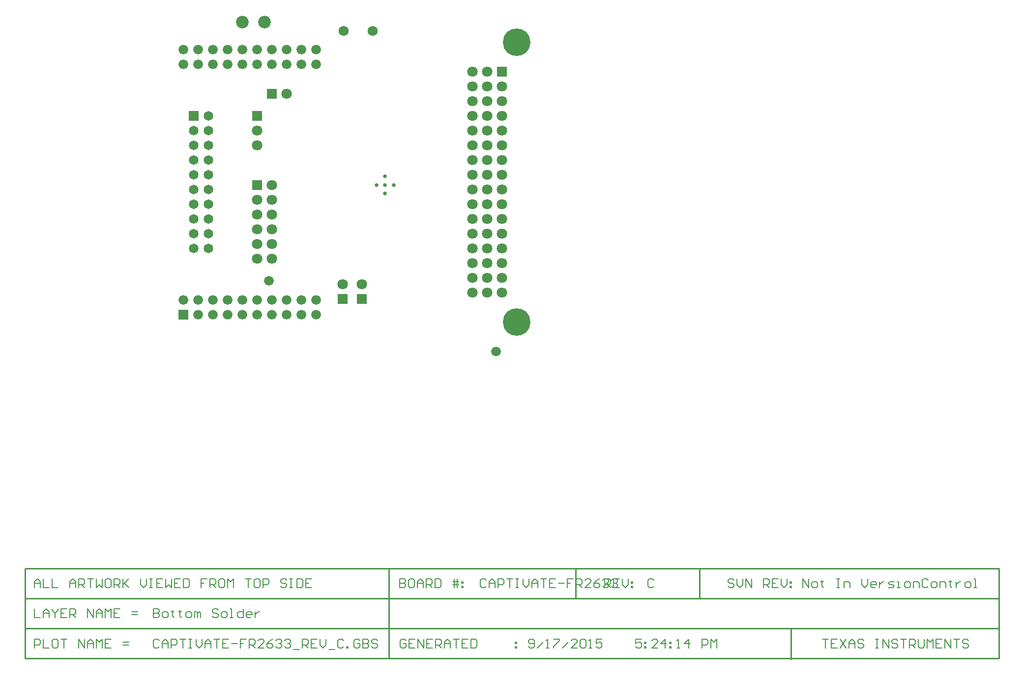
<source format=gbs>
%FSAX25Y25*%
%MOIN*%
G70*
G01*
G75*
G04 Layer_Color=16711935*
%ADD10C,0.00800*%
%ADD11C,0.00600*%
%ADD12C,0.03937*%
%ADD13R,0.02362X0.03150*%
%ADD14R,0.03937X0.03740*%
%ADD15R,0.03150X0.02362*%
%ADD16R,0.03150X0.03150*%
%ADD17R,0.03740X0.03937*%
%ADD18O,0.02362X0.00945*%
%ADD19O,0.00945X0.02362*%
%ADD20R,0.13583X0.13583*%
%ADD21R,0.03937X0.07087*%
%ADD22C,0.02000*%
%ADD23C,0.01000*%
%ADD24C,0.03000*%
%ADD25C,0.01200*%
%ADD26C,0.00787*%
%ADD27C,0.01500*%
%ADD28C,0.05000*%
%ADD29C,0.06000*%
%ADD30C,0.06496*%
%ADD31R,0.06496X0.06496*%
%ADD32C,0.08000*%
%ADD33R,0.05906X0.05906*%
%ADD34C,0.05906*%
%ADD35C,0.18110*%
%ADD36C,0.06299*%
%ADD37R,0.06496X0.06496*%
%ADD38R,0.06000X0.06000*%
%ADD39C,0.05000*%
%ADD40C,0.03400*%
%ADD41C,0.01969*%
%ADD42C,0.00984*%
%ADD43C,0.00700*%
%ADD44C,0.00050*%
%ADD45R,0.06299X0.01969*%
%ADD46R,0.05850X0.05850*%
%ADD47C,0.07874*%
%ADD48R,0.02962X0.03750*%
%ADD49R,0.04537X0.04340*%
%ADD50R,0.03750X0.02962*%
%ADD51R,0.03750X0.03750*%
%ADD52R,0.04340X0.04537*%
%ADD53O,0.02962X0.01545*%
%ADD54O,0.01545X0.02962*%
%ADD55R,0.14183X0.14183*%
%ADD56R,0.04537X0.07687*%
%ADD57C,0.06600*%
%ADD58C,0.07096*%
%ADD59R,0.07096X0.07096*%
%ADD60C,0.08600*%
%ADD61R,0.06506X0.06506*%
%ADD62C,0.06506*%
%ADD63C,0.18710*%
%ADD64C,0.06899*%
%ADD65R,0.07096X0.07096*%
%ADD66R,0.06600X0.06600*%
%ADD67C,0.02569*%
G54D10*
X0126900Y0073549D02*
Y0067551D01*
X0129899D01*
X0130899Y0068550D01*
Y0069550D01*
X0129899Y0070550D01*
X0126900D01*
X0129899D01*
X0130899Y0071549D01*
Y0072549D01*
X0129899Y0073549D01*
X0126900D01*
X0133898Y0067551D02*
X0135897D01*
X0136897Y0068550D01*
Y0070550D01*
X0135897Y0071549D01*
X0133898D01*
X0132898Y0070550D01*
Y0068550D01*
X0133898Y0067551D01*
X0139896Y0072549D02*
Y0071549D01*
X0138896D01*
X0140895D01*
X0139896D01*
Y0068550D01*
X0140895Y0067551D01*
X0144894Y0072549D02*
Y0071549D01*
X0143895D01*
X0145894D01*
X0144894D01*
Y0068550D01*
X0145894Y0067551D01*
X0149893D02*
X0151892D01*
X0152892Y0068550D01*
Y0070550D01*
X0151892Y0071549D01*
X0149893D01*
X0148893Y0070550D01*
Y0068550D01*
X0149893Y0067551D01*
X0154891D02*
Y0071549D01*
X0155891D01*
X0156890Y0070550D01*
Y0067551D01*
Y0070550D01*
X0157890Y0071549D01*
X0158890Y0070550D01*
Y0067551D01*
X0170886Y0072549D02*
X0169886Y0073549D01*
X0167887D01*
X0166887Y0072549D01*
Y0071549D01*
X0167887Y0070550D01*
X0169886D01*
X0170886Y0069550D01*
Y0068550D01*
X0169886Y0067551D01*
X0167887D01*
X0166887Y0068550D01*
X0173885Y0067551D02*
X0175884D01*
X0176884Y0068550D01*
Y0070550D01*
X0175884Y0071549D01*
X0173885D01*
X0172885Y0070550D01*
Y0068550D01*
X0173885Y0067551D01*
X0178883D02*
X0180883D01*
X0179883D01*
Y0073549D01*
X0178883D01*
X0187880D02*
Y0067551D01*
X0184881D01*
X0183882Y0068550D01*
Y0070550D01*
X0184881Y0071549D01*
X0187880D01*
X0192879Y0067551D02*
X0190879D01*
X0189880Y0068550D01*
Y0070550D01*
X0190879Y0071549D01*
X0192879D01*
X0193878Y0070550D01*
Y0069550D01*
X0189880D01*
X0195878Y0071549D02*
Y0067551D01*
Y0069550D01*
X0196877Y0070550D01*
X0197877Y0071549D01*
X0198877D01*
X0580500Y0052965D02*
X0584499D01*
X0582499D01*
Y0046966D01*
X0590497Y0052965D02*
X0586498D01*
Y0046966D01*
X0590497D01*
X0586498Y0049966D02*
X0588497D01*
X0592496Y0052965D02*
X0596495Y0046966D01*
Y0052965D02*
X0592496Y0046966D01*
X0598494D02*
Y0050965D01*
X0600493Y0052965D01*
X0602493Y0050965D01*
Y0046966D01*
Y0049966D01*
X0598494D01*
X0608491Y0051965D02*
X0607491Y0052965D01*
X0605492D01*
X0604492Y0051965D01*
Y0050965D01*
X0605492Y0049966D01*
X0607491D01*
X0608491Y0048966D01*
Y0047966D01*
X0607491Y0046966D01*
X0605492D01*
X0604492Y0047966D01*
X0616488Y0052965D02*
X0618488D01*
X0617488D01*
Y0046966D01*
X0616488D01*
X0618488D01*
X0621487D02*
Y0052965D01*
X0625486Y0046966D01*
Y0052965D01*
X0631484Y0051965D02*
X0630484Y0052965D01*
X0628484D01*
X0627485Y0051965D01*
Y0050965D01*
X0628484Y0049966D01*
X0630484D01*
X0631484Y0048966D01*
Y0047966D01*
X0630484Y0046966D01*
X0628484D01*
X0627485Y0047966D01*
X0633483Y0052965D02*
X0637482D01*
X0635482D01*
Y0046966D01*
X0639481D02*
Y0052965D01*
X0642480D01*
X0643480Y0051965D01*
Y0049966D01*
X0642480Y0048966D01*
X0639481D01*
X0641480D02*
X0643480Y0046966D01*
X0645479Y0052965D02*
Y0047966D01*
X0646479Y0046966D01*
X0648478D01*
X0649478Y0047966D01*
Y0052965D01*
X0651477Y0046966D02*
Y0052965D01*
X0653476Y0050965D01*
X0655476Y0052965D01*
Y0046966D01*
X0661474Y0052965D02*
X0657475D01*
Y0046966D01*
X0661474D01*
X0657475Y0049966D02*
X0659474D01*
X0663473Y0046966D02*
Y0052965D01*
X0667472Y0046966D01*
Y0052965D01*
X0669471D02*
X0673470D01*
X0671471D01*
Y0046966D01*
X0679468Y0051965D02*
X0678468Y0052965D01*
X0676469D01*
X0675469Y0051965D01*
Y0050965D01*
X0676469Y0049966D01*
X0678468D01*
X0679468Y0048966D01*
Y0047966D01*
X0678468Y0046966D01*
X0676469D01*
X0675469Y0047966D01*
X0458049Y0052965D02*
X0454050D01*
Y0049966D01*
X0456049Y0050965D01*
X0457049D01*
X0458049Y0049966D01*
Y0047966D01*
X0457049Y0046966D01*
X0455050D01*
X0454050Y0047966D01*
X0460048Y0050965D02*
X0461048D01*
Y0049966D01*
X0460048D01*
Y0050965D01*
Y0047966D02*
X0461048D01*
Y0046966D01*
X0460048D01*
Y0047966D01*
X0469045Y0046966D02*
X0465046D01*
X0469045Y0050965D01*
Y0051965D01*
X0468046Y0052965D01*
X0466046D01*
X0465046Y0051965D01*
X0474044Y0046966D02*
Y0052965D01*
X0471044Y0049966D01*
X0475043D01*
X0477043Y0050965D02*
X0478042D01*
Y0049966D01*
X0477043D01*
Y0050965D01*
Y0047966D02*
X0478042D01*
Y0046966D01*
X0477043D01*
Y0047966D01*
X0482041Y0046966D02*
X0484040D01*
X0483041D01*
Y0052965D01*
X0482041Y0051965D01*
X0490038Y0046966D02*
Y0052965D01*
X0487039Y0049966D01*
X0491038D01*
X0499035Y0046966D02*
Y0052965D01*
X0502035D01*
X0503034Y0051965D01*
Y0049966D01*
X0502035Y0048966D01*
X0499035D01*
X0505033Y0046966D02*
Y0052965D01*
X0507033Y0050965D01*
X0509032Y0052965D01*
Y0046966D01*
X0046350D02*
Y0052965D01*
X0049349D01*
X0050349Y0051965D01*
Y0049966D01*
X0049349Y0048966D01*
X0046350D01*
X0052348Y0052965D02*
Y0046966D01*
X0056347D01*
X0061345Y0052965D02*
X0059346D01*
X0058346Y0051965D01*
Y0047966D01*
X0059346Y0046966D01*
X0061345D01*
X0062345Y0047966D01*
Y0051965D01*
X0061345Y0052965D01*
X0064344D02*
X0068343D01*
X0066343D01*
Y0046966D01*
X0076340D02*
Y0052965D01*
X0080339Y0046966D01*
Y0052965D01*
X0082338Y0046966D02*
Y0050965D01*
X0084338Y0052965D01*
X0086337Y0050965D01*
Y0046966D01*
Y0049966D01*
X0082338D01*
X0088336Y0046966D02*
Y0052965D01*
X0090336Y0050965D01*
X0092335Y0052965D01*
Y0046966D01*
X0098333Y0052965D02*
X0094335D01*
Y0046966D01*
X0098333D01*
X0094335Y0049966D02*
X0096334D01*
X0106331Y0048966D02*
X0110329D01*
X0106331Y0050965D02*
X0110329D01*
X0046350Y0073549D02*
Y0067551D01*
X0050349D01*
X0052348D02*
Y0071549D01*
X0054347Y0073549D01*
X0056347Y0071549D01*
Y0067551D01*
Y0070550D01*
X0052348D01*
X0058346Y0073549D02*
Y0072549D01*
X0060346Y0070550D01*
X0062345Y0072549D01*
Y0073549D01*
X0060346Y0070550D02*
Y0067551D01*
X0068343Y0073549D02*
X0064344D01*
Y0067551D01*
X0068343D01*
X0064344Y0070550D02*
X0066343D01*
X0070342Y0067551D02*
Y0073549D01*
X0073341D01*
X0074341Y0072549D01*
Y0070550D01*
X0073341Y0069550D01*
X0070342D01*
X0072342D02*
X0074341Y0067551D01*
X0082338D02*
Y0073549D01*
X0086337Y0067551D01*
Y0073549D01*
X0088336Y0067551D02*
Y0071549D01*
X0090336Y0073549D01*
X0092335Y0071549D01*
Y0067551D01*
Y0070550D01*
X0088336D01*
X0094335Y0067551D02*
Y0073549D01*
X0096334Y0071549D01*
X0098333Y0073549D01*
Y0067551D01*
X0104331Y0073549D02*
X0100332D01*
Y0067551D01*
X0104331D01*
X0100332Y0070550D02*
X0102332D01*
X0112329Y0069550D02*
X0116327D01*
X0112329Y0071549D02*
X0116327D01*
X0294000Y0093831D02*
Y0087833D01*
X0296999D01*
X0297999Y0088833D01*
Y0089833D01*
X0296999Y0090832D01*
X0294000D01*
X0296999D01*
X0297999Y0091832D01*
Y0092832D01*
X0296999Y0093831D01*
X0294000D01*
X0302997D02*
X0300998D01*
X0299998Y0092832D01*
Y0088833D01*
X0300998Y0087833D01*
X0302997D01*
X0303997Y0088833D01*
Y0092832D01*
X0302997Y0093831D01*
X0305996Y0087833D02*
Y0091832D01*
X0307996Y0093831D01*
X0309995Y0091832D01*
Y0087833D01*
Y0090832D01*
X0305996D01*
X0311994Y0087833D02*
Y0093831D01*
X0314993D01*
X0315993Y0092832D01*
Y0090832D01*
X0314993Y0089833D01*
X0311994D01*
X0313994D02*
X0315993Y0087833D01*
X0317992Y0093831D02*
Y0087833D01*
X0320991D01*
X0321991Y0088833D01*
Y0092832D01*
X0320991Y0093831D01*
X0317992D01*
X0330988Y0087833D02*
Y0093831D01*
X0332987D02*
Y0087833D01*
X0329988Y0091832D02*
X0332987D01*
X0333987D01*
X0329988Y0089833D02*
X0333987D01*
X0335986Y0091832D02*
X0336986D01*
Y0090832D01*
X0335986D01*
Y0091832D01*
Y0088833D02*
X0336986D01*
Y0087833D01*
X0335986D01*
Y0088833D01*
X0352549Y0092832D02*
X0351549Y0093831D01*
X0349550D01*
X0348550Y0092832D01*
Y0088833D01*
X0349550Y0087833D01*
X0351549D01*
X0352549Y0088833D01*
X0354548Y0087833D02*
Y0091832D01*
X0356547Y0093831D01*
X0358547Y0091832D01*
Y0087833D01*
Y0090832D01*
X0354548D01*
X0360546Y0087833D02*
Y0093831D01*
X0363545D01*
X0364545Y0092832D01*
Y0090832D01*
X0363545Y0089833D01*
X0360546D01*
X0366544Y0093831D02*
X0370543D01*
X0368544D01*
Y0087833D01*
X0372542Y0093831D02*
X0374542D01*
X0373542D01*
Y0087833D01*
X0372542D01*
X0374542D01*
X0377541Y0093831D02*
Y0089833D01*
X0379540Y0087833D01*
X0381539Y0089833D01*
Y0093831D01*
X0383539Y0087833D02*
Y0091832D01*
X0385538Y0093831D01*
X0387537Y0091832D01*
Y0087833D01*
Y0090832D01*
X0383539D01*
X0389537Y0093831D02*
X0393535D01*
X0391536D01*
Y0087833D01*
X0399534Y0093831D02*
X0395535D01*
Y0087833D01*
X0399534D01*
X0395535Y0090832D02*
X0397534D01*
X0401533D02*
X0405532D01*
X0411530Y0093831D02*
X0407531D01*
Y0090832D01*
X0409530D01*
X0407531D01*
Y0087833D01*
X0413529D02*
Y0093831D01*
X0416528D01*
X0417528Y0092832D01*
Y0090832D01*
X0416528Y0089833D01*
X0413529D01*
X0415528D02*
X0417528Y0087833D01*
X0423526D02*
X0419527D01*
X0423526Y0091832D01*
Y0092832D01*
X0422526Y0093831D01*
X0420527D01*
X0419527Y0092832D01*
X0429524Y0093831D02*
X0427524Y0092832D01*
X0425525Y0090832D01*
Y0088833D01*
X0426525Y0087833D01*
X0428524D01*
X0429524Y0088833D01*
Y0089833D01*
X0428524Y0090832D01*
X0425525D01*
X0431523Y0092832D02*
X0432523Y0093831D01*
X0434522D01*
X0435522Y0092832D01*
Y0091832D01*
X0434522Y0090832D01*
X0433523D01*
X0434522D01*
X0435522Y0089833D01*
Y0088833D01*
X0434522Y0087833D01*
X0432523D01*
X0431523Y0088833D01*
X0437521Y0092832D02*
X0438521Y0093831D01*
X0440520D01*
X0441520Y0092832D01*
Y0091832D01*
X0440520Y0090832D01*
X0439521D01*
X0440520D01*
X0441520Y0089833D01*
Y0088833D01*
X0440520Y0087833D01*
X0438521D01*
X0437521Y0088833D01*
X0466149Y0092832D02*
X0465149Y0093831D01*
X0463150D01*
X0462150Y0092832D01*
Y0088833D01*
X0463150Y0087833D01*
X0465149D01*
X0466149Y0088833D01*
X0046350Y0087833D02*
Y0091832D01*
X0048349Y0093831D01*
X0050349Y0091832D01*
Y0087833D01*
Y0090832D01*
X0046350D01*
X0052348Y0093831D02*
Y0087833D01*
X0056347D01*
X0058346Y0093831D02*
Y0087833D01*
X0062345D01*
X0070342D02*
Y0091832D01*
X0072342Y0093831D01*
X0074341Y0091832D01*
Y0087833D01*
Y0090832D01*
X0070342D01*
X0076340Y0087833D02*
Y0093831D01*
X0079339D01*
X0080339Y0092832D01*
Y0090832D01*
X0079339Y0089833D01*
X0076340D01*
X0078340D02*
X0080339Y0087833D01*
X0082338Y0093831D02*
X0086337D01*
X0084338D01*
Y0087833D01*
X0088336Y0093831D02*
Y0087833D01*
X0090336Y0089833D01*
X0092335Y0087833D01*
Y0093831D01*
X0097334D02*
X0095334D01*
X0094335Y0092832D01*
Y0088833D01*
X0095334Y0087833D01*
X0097334D01*
X0098333Y0088833D01*
Y0092832D01*
X0097334Y0093831D01*
X0100332Y0087833D02*
Y0093831D01*
X0103332D01*
X0104331Y0092832D01*
Y0090832D01*
X0103332Y0089833D01*
X0100332D01*
X0102332D02*
X0104331Y0087833D01*
X0106331Y0093831D02*
Y0087833D01*
Y0089833D01*
X0110329Y0093831D01*
X0107330Y0090832D01*
X0110329Y0087833D01*
X0118327Y0093831D02*
Y0089833D01*
X0120326Y0087833D01*
X0122325Y0089833D01*
Y0093831D01*
X0124325D02*
X0126324D01*
X0125324D01*
Y0087833D01*
X0124325D01*
X0126324D01*
X0133322Y0093831D02*
X0129323D01*
Y0087833D01*
X0133322D01*
X0129323Y0090832D02*
X0131323D01*
X0135321Y0093831D02*
Y0087833D01*
X0137321Y0089833D01*
X0139320Y0087833D01*
Y0093831D01*
X0145318D02*
X0141319D01*
Y0087833D01*
X0145318D01*
X0141319Y0090832D02*
X0143319D01*
X0147317Y0093831D02*
Y0087833D01*
X0150316D01*
X0151316Y0088833D01*
Y0092832D01*
X0150316Y0093831D01*
X0147317D01*
X0163312D02*
X0159313D01*
Y0090832D01*
X0161313D01*
X0159313D01*
Y0087833D01*
X0165312D02*
Y0093831D01*
X0168310D01*
X0169310Y0092832D01*
Y0090832D01*
X0168310Y0089833D01*
X0165312D01*
X0167311D02*
X0169310Y0087833D01*
X0174309Y0093831D02*
X0172309D01*
X0171310Y0092832D01*
Y0088833D01*
X0172309Y0087833D01*
X0174309D01*
X0175308Y0088833D01*
Y0092832D01*
X0174309Y0093831D01*
X0177308Y0087833D02*
Y0093831D01*
X0179307Y0091832D01*
X0181306Y0093831D01*
Y0087833D01*
X0189304Y0093831D02*
X0193303D01*
X0191303D01*
Y0087833D01*
X0198301Y0093831D02*
X0196301D01*
X0195302Y0092832D01*
Y0088833D01*
X0196301Y0087833D01*
X0198301D01*
X0199301Y0088833D01*
Y0092832D01*
X0198301Y0093831D01*
X0201300Y0087833D02*
Y0093831D01*
X0204299D01*
X0205299Y0092832D01*
Y0090832D01*
X0204299Y0089833D01*
X0201300D01*
X0217295Y0092832D02*
X0216295Y0093831D01*
X0214296D01*
X0213296Y0092832D01*
Y0091832D01*
X0214296Y0090832D01*
X0216295D01*
X0217295Y0089833D01*
Y0088833D01*
X0216295Y0087833D01*
X0214296D01*
X0213296Y0088833D01*
X0219294Y0093831D02*
X0221293D01*
X0220294D01*
Y0087833D01*
X0219294D01*
X0221293D01*
X0224292Y0093831D02*
Y0087833D01*
X0227291D01*
X0228291Y0088833D01*
Y0092832D01*
X0227291Y0093831D01*
X0224292D01*
X0234289D02*
X0230291D01*
Y0087833D01*
X0234289D01*
X0230291Y0090832D02*
X0232290D01*
X0298199Y0051965D02*
X0297199Y0052965D01*
X0295200D01*
X0294200Y0051965D01*
Y0047966D01*
X0295200Y0046966D01*
X0297199D01*
X0298199Y0047966D01*
Y0049966D01*
X0296199D01*
X0304197Y0052965D02*
X0300198D01*
Y0046966D01*
X0304197D01*
X0300198Y0049966D02*
X0302197D01*
X0306196Y0046966D02*
Y0052965D01*
X0310195Y0046966D01*
Y0052965D01*
X0316193D02*
X0312194D01*
Y0046966D01*
X0316193D01*
X0312194Y0049966D02*
X0314194D01*
X0318192Y0046966D02*
Y0052965D01*
X0321191D01*
X0322191Y0051965D01*
Y0049966D01*
X0321191Y0048966D01*
X0318192D01*
X0320192D02*
X0322191Y0046966D01*
X0324190D02*
Y0050965D01*
X0326190Y0052965D01*
X0328189Y0050965D01*
Y0046966D01*
Y0049966D01*
X0324190D01*
X0330188Y0052965D02*
X0334187D01*
X0332188D01*
Y0046966D01*
X0340185Y0052965D02*
X0336186D01*
Y0046966D01*
X0340185D01*
X0336186Y0049966D02*
X0338186D01*
X0342184Y0052965D02*
Y0046966D01*
X0345183D01*
X0346183Y0047966D01*
Y0051965D01*
X0345183Y0052965D01*
X0342184D01*
X0372175Y0050965D02*
X0373175D01*
Y0049966D01*
X0372175D01*
Y0050965D01*
Y0047966D02*
X0373175D01*
Y0046966D01*
X0372175D01*
Y0047966D01*
X0381150D02*
X0382150Y0046966D01*
X0384149D01*
X0385149Y0047966D01*
Y0051965D01*
X0384149Y0052965D01*
X0382150D01*
X0381150Y0051965D01*
Y0050965D01*
X0382150Y0049966D01*
X0385149D01*
X0387148Y0046966D02*
X0391147Y0050965D01*
X0393146Y0046966D02*
X0395146D01*
X0394146D01*
Y0052965D01*
X0393146Y0051965D01*
X0398145Y0052965D02*
X0402143D01*
Y0051965D01*
X0398145Y0047966D01*
Y0046966D01*
X0404143D02*
X0408141Y0050965D01*
X0414139Y0046966D02*
X0410141D01*
X0414139Y0050965D01*
Y0051965D01*
X0413140Y0052965D01*
X0411140D01*
X0410141Y0051965D01*
X0416139D02*
X0417138Y0052965D01*
X0419138D01*
X0420137Y0051965D01*
Y0047966D01*
X0419138Y0046966D01*
X0417138D01*
X0416139Y0047966D01*
Y0051965D01*
X0422137Y0046966D02*
X0424136D01*
X0423136D01*
Y0052965D01*
X0422137Y0051965D01*
X0431134Y0052965D02*
X0427135D01*
Y0049966D01*
X0429135Y0050965D01*
X0430134D01*
X0431134Y0049966D01*
Y0047966D01*
X0430134Y0046966D01*
X0428135D01*
X0427135Y0047966D01*
X0130899Y0051965D02*
X0129899Y0052965D01*
X0127900D01*
X0126900Y0051965D01*
Y0047966D01*
X0127900Y0046966D01*
X0129899D01*
X0130899Y0047966D01*
X0132898Y0046966D02*
Y0050965D01*
X0134897Y0052965D01*
X0136897Y0050965D01*
Y0046966D01*
Y0049966D01*
X0132898D01*
X0138896Y0046966D02*
Y0052965D01*
X0141895D01*
X0142895Y0051965D01*
Y0049966D01*
X0141895Y0048966D01*
X0138896D01*
X0144894Y0052965D02*
X0148893D01*
X0146894D01*
Y0046966D01*
X0150892Y0052965D02*
X0152892D01*
X0151892D01*
Y0046966D01*
X0150892D01*
X0152892D01*
X0155891Y0052965D02*
Y0048966D01*
X0157890Y0046966D01*
X0159889Y0048966D01*
Y0052965D01*
X0161889Y0046966D02*
Y0050965D01*
X0163888Y0052965D01*
X0165887Y0050965D01*
Y0046966D01*
Y0049966D01*
X0161889D01*
X0167887Y0052965D02*
X0171885D01*
X0169886D01*
Y0046966D01*
X0177884Y0052965D02*
X0173885D01*
Y0046966D01*
X0177884D01*
X0173885Y0049966D02*
X0175884D01*
X0179883D02*
X0183882D01*
X0189880Y0052965D02*
X0185881D01*
Y0049966D01*
X0187880D01*
X0185881D01*
Y0046966D01*
X0191879D02*
Y0052965D01*
X0194878D01*
X0195878Y0051965D01*
Y0049966D01*
X0194878Y0048966D01*
X0191879D01*
X0193878D02*
X0195878Y0046966D01*
X0201876D02*
X0197877D01*
X0201876Y0050965D01*
Y0051965D01*
X0200876Y0052965D01*
X0198877D01*
X0197877Y0051965D01*
X0207874Y0052965D02*
X0205874Y0051965D01*
X0203875Y0049966D01*
Y0047966D01*
X0204875Y0046966D01*
X0206874D01*
X0207874Y0047966D01*
Y0048966D01*
X0206874Y0049966D01*
X0203875D01*
X0209873Y0051965D02*
X0210873Y0052965D01*
X0212872D01*
X0213872Y0051965D01*
Y0050965D01*
X0212872Y0049966D01*
X0211873D01*
X0212872D01*
X0213872Y0048966D01*
Y0047966D01*
X0212872Y0046966D01*
X0210873D01*
X0209873Y0047966D01*
X0215871Y0051965D02*
X0216871Y0052965D01*
X0218870D01*
X0219870Y0051965D01*
Y0050965D01*
X0218870Y0049966D01*
X0217871D01*
X0218870D01*
X0219870Y0048966D01*
Y0047966D01*
X0218870Y0046966D01*
X0216871D01*
X0215871Y0047966D01*
X0221869Y0045967D02*
X0225868D01*
X0227867Y0046966D02*
Y0052965D01*
X0230866D01*
X0231866Y0051965D01*
Y0049966D01*
X0230866Y0048966D01*
X0227867D01*
X0229867D02*
X0231866Y0046966D01*
X0237864Y0052965D02*
X0233865D01*
Y0046966D01*
X0237864D01*
X0233865Y0049966D02*
X0235865D01*
X0239863Y0052965D02*
Y0048966D01*
X0241863Y0046966D01*
X0243862Y0048966D01*
Y0052965D01*
X0245862Y0045967D02*
X0249860D01*
X0255858Y0051965D02*
X0254859Y0052965D01*
X0252859D01*
X0251860Y0051965D01*
Y0047966D01*
X0252859Y0046966D01*
X0254859D01*
X0255858Y0047966D01*
X0257858Y0046966D02*
Y0047966D01*
X0258857D01*
Y0046966D01*
X0257858D01*
X0266855Y0051965D02*
X0265855Y0052965D01*
X0263856D01*
X0262856Y0051965D01*
Y0047966D01*
X0263856Y0046966D01*
X0265855D01*
X0266855Y0047966D01*
Y0049966D01*
X0264855D01*
X0268854Y0052965D02*
Y0046966D01*
X0271853D01*
X0272853Y0047966D01*
Y0048966D01*
X0271853Y0049966D01*
X0268854D01*
X0271853D01*
X0272853Y0050965D01*
Y0051965D01*
X0271853Y0052965D01*
X0268854D01*
X0278851Y0051965D02*
X0277851Y0052965D01*
X0275852D01*
X0274852Y0051965D01*
Y0050965D01*
X0275852Y0049966D01*
X0277851D01*
X0278851Y0048966D01*
Y0047966D01*
X0277851Y0046966D01*
X0275852D01*
X0274852Y0047966D01*
X0433000Y0087833D02*
Y0093831D01*
X0435999D01*
X0436999Y0092832D01*
Y0090832D01*
X0435999Y0089833D01*
X0433000D01*
X0434999D02*
X0436999Y0087833D01*
X0442997Y0093831D02*
X0438998D01*
Y0087833D01*
X0442997D01*
X0438998Y0090832D02*
X0440997D01*
X0444996Y0093831D02*
Y0089833D01*
X0446995Y0087833D01*
X0448995Y0089833D01*
Y0093831D01*
X0450994Y0091832D02*
X0451994D01*
Y0090832D01*
X0450994D01*
Y0091832D01*
Y0088833D02*
X0451994D01*
Y0087833D01*
X0450994D01*
Y0088833D01*
X0520799Y0092832D02*
X0519799Y0093831D01*
X0517800D01*
X0516800Y0092832D01*
Y0091832D01*
X0517800Y0090832D01*
X0519799D01*
X0520799Y0089833D01*
Y0088833D01*
X0519799Y0087833D01*
X0517800D01*
X0516800Y0088833D01*
X0522798Y0093831D02*
Y0089833D01*
X0524797Y0087833D01*
X0526797Y0089833D01*
Y0093831D01*
X0528796Y0087833D02*
Y0093831D01*
X0532795Y0087833D01*
Y0093831D01*
X0540792Y0087833D02*
Y0093831D01*
X0543791D01*
X0544791Y0092832D01*
Y0090832D01*
X0543791Y0089833D01*
X0540792D01*
X0542792D02*
X0544791Y0087833D01*
X0550789Y0093831D02*
X0546790D01*
Y0087833D01*
X0550789D01*
X0546790Y0090832D02*
X0548790D01*
X0552788Y0093831D02*
Y0089833D01*
X0554788Y0087833D01*
X0556787Y0089833D01*
Y0093831D01*
X0558786Y0091832D02*
X0559786D01*
Y0090832D01*
X0558786D01*
Y0091832D01*
Y0088833D02*
X0559786D01*
Y0087833D01*
X0558786D01*
Y0088833D01*
X0567400Y0087833D02*
Y0093831D01*
X0571399Y0087833D01*
Y0093831D01*
X0574398Y0087833D02*
X0576397D01*
X0577397Y0088833D01*
Y0090832D01*
X0576397Y0091832D01*
X0574398D01*
X0573398Y0090832D01*
Y0088833D01*
X0574398Y0087833D01*
X0580396Y0092832D02*
Y0091832D01*
X0579396D01*
X0581395D01*
X0580396D01*
Y0088833D01*
X0581395Y0087833D01*
X0590393Y0093831D02*
X0592392D01*
X0591392D01*
Y0087833D01*
X0590393D01*
X0592392D01*
X0595391D02*
Y0091832D01*
X0598390D01*
X0599390Y0090832D01*
Y0087833D01*
X0607387Y0093831D02*
Y0089833D01*
X0609386Y0087833D01*
X0611386Y0089833D01*
Y0093831D01*
X0616384Y0087833D02*
X0614385D01*
X0613385Y0088833D01*
Y0090832D01*
X0614385Y0091832D01*
X0616384D01*
X0617384Y0090832D01*
Y0089833D01*
X0613385D01*
X0619383Y0091832D02*
Y0087833D01*
Y0089833D01*
X0620383Y0090832D01*
X0621383Y0091832D01*
X0622382D01*
X0625381Y0087833D02*
X0628380D01*
X0629380Y0088833D01*
X0628380Y0089833D01*
X0626381D01*
X0625381Y0090832D01*
X0626381Y0091832D01*
X0629380D01*
X0631379Y0087833D02*
X0633379D01*
X0632379D01*
Y0091832D01*
X0631379D01*
X0637377Y0087833D02*
X0639377D01*
X0640376Y0088833D01*
Y0090832D01*
X0639377Y0091832D01*
X0637377D01*
X0636378Y0090832D01*
Y0088833D01*
X0637377Y0087833D01*
X0642376D02*
Y0091832D01*
X0645375D01*
X0646374Y0090832D01*
Y0087833D01*
X0652373Y0092832D02*
X0651373Y0093831D01*
X0649373D01*
X0648374Y0092832D01*
Y0088833D01*
X0649373Y0087833D01*
X0651373D01*
X0652373Y0088833D01*
X0655372Y0087833D02*
X0657371D01*
X0658371Y0088833D01*
Y0090832D01*
X0657371Y0091832D01*
X0655372D01*
X0654372Y0090832D01*
Y0088833D01*
X0655372Y0087833D01*
X0660370D02*
Y0091832D01*
X0663369D01*
X0664369Y0090832D01*
Y0087833D01*
X0667368Y0092832D02*
Y0091832D01*
X0666368D01*
X0668367D01*
X0667368D01*
Y0088833D01*
X0668367Y0087833D01*
X0671366Y0091832D02*
Y0087833D01*
Y0089833D01*
X0672366Y0090832D01*
X0673366Y0091832D01*
X0674365D01*
X0678364Y0087833D02*
X0680364D01*
X0681363Y0088833D01*
Y0090832D01*
X0680364Y0091832D01*
X0678364D01*
X0677364Y0090832D01*
Y0088833D01*
X0678364Y0087833D01*
X0683362D02*
X0685362D01*
X0684362D01*
Y0093831D01*
X0683362D01*
G54D23*
X0559400Y0039400D02*
Y0059683D01*
X0440500Y0040050D02*
X0700200D01*
Y0101050D01*
X0286500Y0040050D02*
Y0101050D01*
X0040000Y0040050D02*
Y0101050D01*
X0040050Y0040050D02*
X0197600D01*
X0040050D02*
Y0101050D01*
Y0101050D02*
X0700200D01*
X0040000Y0040050D02*
X0440500D01*
X0040000Y0060383D02*
X0700000D01*
X0040000Y0080717D02*
X0700200D01*
X0413200D02*
Y0101050D01*
X0497200Y0080717D02*
Y0101050D01*
G54D57*
X0359200Y0248400D02*
D03*
X0205200Y0296400D02*
D03*
X0147200Y0443400D02*
D03*
X0157200D02*
D03*
X0167200D02*
D03*
X0177200D02*
D03*
X0187200D02*
D03*
X0197200D02*
D03*
X0207200D02*
D03*
X0217200D02*
D03*
X0227200D02*
D03*
X0237200D02*
D03*
Y0283400D02*
D03*
X0227200D02*
D03*
X0217200D02*
D03*
X0207200D02*
D03*
X0197200D02*
D03*
X0187200D02*
D03*
X0177200D02*
D03*
X0167200D02*
D03*
X0157200D02*
D03*
X0147200D02*
D03*
X0157200Y0273400D02*
D03*
X0167200D02*
D03*
X0177200D02*
D03*
X0187200D02*
D03*
X0197200D02*
D03*
X0207200D02*
D03*
X0217200D02*
D03*
X0227200D02*
D03*
X0237200D02*
D03*
Y0453400D02*
D03*
X0227200D02*
D03*
X0217200D02*
D03*
X0207200D02*
D03*
X0197200D02*
D03*
X0187200D02*
D03*
X0177200D02*
D03*
X0167200D02*
D03*
X0157200D02*
D03*
X0147200D02*
D03*
G54D58*
X0197200Y0388400D02*
D03*
Y0398400D02*
D03*
X0207200Y0311400D02*
D03*
X0197200D02*
D03*
X0207200Y0321400D02*
D03*
X0197200D02*
D03*
X0207200Y0331400D02*
D03*
X0197200D02*
D03*
X0207200Y0341400D02*
D03*
X0197200D02*
D03*
X0207200Y0351400D02*
D03*
X0197200D02*
D03*
X0207200Y0361400D02*
D03*
X0363200Y0338400D02*
D03*
Y0368400D02*
D03*
Y0398400D02*
D03*
Y0428400D02*
D03*
Y0318400D02*
D03*
Y0308400D02*
D03*
Y0298400D02*
D03*
Y0288400D02*
D03*
X0353200Y0318400D02*
D03*
Y0308400D02*
D03*
Y0298400D02*
D03*
Y0288400D02*
D03*
X0343200Y0318400D02*
D03*
Y0308400D02*
D03*
Y0298400D02*
D03*
Y0288400D02*
D03*
X0363200Y0328400D02*
D03*
Y0348400D02*
D03*
Y0358400D02*
D03*
Y0378400D02*
D03*
Y0388400D02*
D03*
Y0408400D02*
D03*
Y0418400D02*
D03*
X0343200Y0328400D02*
D03*
Y0348400D02*
D03*
Y0358400D02*
D03*
Y0378400D02*
D03*
Y0388400D02*
D03*
Y0408400D02*
D03*
Y0418400D02*
D03*
Y0438400D02*
D03*
X0353200Y0338400D02*
D03*
Y0368400D02*
D03*
Y0398400D02*
D03*
Y0428400D02*
D03*
Y0328400D02*
D03*
Y0348400D02*
D03*
Y0358400D02*
D03*
Y0378400D02*
D03*
Y0388400D02*
D03*
Y0408400D02*
D03*
Y0418400D02*
D03*
Y0438400D02*
D03*
X0343200Y0338400D02*
D03*
Y0368400D02*
D03*
Y0398400D02*
D03*
Y0428400D02*
D03*
X0217200Y0423400D02*
D03*
X0268200Y0293900D02*
D03*
X0255200D02*
D03*
G54D59*
X0197200Y0408400D02*
D03*
Y0361400D02*
D03*
X0363200Y0438400D02*
D03*
X0268200Y0283900D02*
D03*
X0255200D02*
D03*
G54D60*
X0187200Y0471900D02*
D03*
X0202200D02*
D03*
G54D61*
X0154200Y0408395D02*
D03*
G54D62*
X0164200D02*
D03*
X0154200Y0398395D02*
D03*
X0164200D02*
D03*
X0154200Y0388396D02*
D03*
X0164200D02*
D03*
X0154200Y0378396D02*
D03*
X0164200D02*
D03*
X0154200Y0368395D02*
D03*
X0164200D02*
D03*
X0154200Y0358396D02*
D03*
X0164200D02*
D03*
X0154200Y0348395D02*
D03*
X0164200D02*
D03*
X0154200Y0338396D02*
D03*
X0164200D02*
D03*
X0154200Y0328396D02*
D03*
X0164200D02*
D03*
X0154200Y0318395D02*
D03*
X0164200D02*
D03*
G54D63*
X0373200Y0458400D02*
D03*
Y0268400D02*
D03*
G54D64*
X0255857Y0465900D02*
D03*
X0275542D02*
D03*
G54D65*
X0207200Y0423400D02*
D03*
G54D66*
X0147200Y0273400D02*
D03*
G54D67*
X0284066Y0367215D02*
D03*
X0278259Y0361408D02*
D03*
X0284066D02*
D03*
X0289873D02*
D03*
X0284066Y0355601D02*
D03*
M02*

</source>
